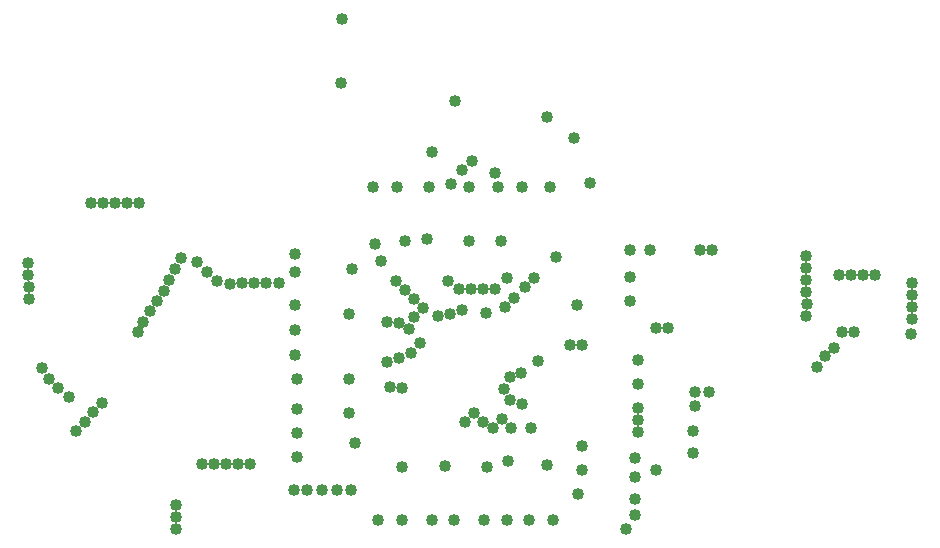
<source format=gbr>
G04 EAGLE Gerber RS-274X export*
G75*
%MOMM*%
%FSLAX34Y34*%
%LPD*%
%INSoldermask Bottom*%
%IPPOS*%
%AMOC8*
5,1,8,0,0,1.08239X$1,22.5*%
G01*
%ADD10C,1.016000*%


D10*
X679850Y486410D03*
X679850Y457200D03*
X682390Y579120D03*
X679850Y541020D03*
X684930Y431800D03*
X724300Y411480D03*
X761130Y412750D03*
X796690Y411480D03*
X872890Y548640D03*
X726840Y603250D03*
X745890Y604520D03*
X781450Y603250D03*
X808120Y603250D03*
X972820Y474980D03*
X854475Y589922D03*
X976630Y595630D03*
X934720Y595630D03*
X984250Y474980D03*
X972820Y463550D03*
X986790Y595630D03*
X554990Y414020D03*
X575310Y414020D03*
X585470Y414020D03*
X595630Y414020D03*
X565150Y414020D03*
X461010Y635000D03*
X471170Y635000D03*
X481330Y635000D03*
X491490Y635000D03*
X501650Y635000D03*
X939800Y529590D03*
X949960Y529590D03*
X839216Y501904D03*
X877062Y514858D03*
X924052Y482092D03*
X924306Y461772D03*
X876808Y430022D03*
X877062Y409194D03*
X971042Y442468D03*
X971042Y423672D03*
X921512Y385064D03*
X813733Y416985D03*
X852170Y366776D03*
X883666Y652018D03*
X1125220Y574548D03*
X1115060Y574802D03*
X1104900Y574548D03*
X1094740Y574548D03*
X673100Y736600D03*
X768858Y722122D03*
X817010Y444500D03*
X1089772Y512996D03*
X809390Y452120D03*
X1082693Y505663D03*
X801770Y444500D03*
X1076055Y496873D03*
X763670Y568960D03*
X1066800Y590550D03*
X825900Y464820D03*
X1066800Y580390D03*
X815740Y468405D03*
X1066800Y570230D03*
X811070Y478057D03*
X1066800Y560070D03*
X815740Y487680D03*
X1067054Y549910D03*
X825500Y491490D03*
X1066800Y539750D03*
X792880Y449580D03*
X1096518Y526204D03*
X785260Y457200D03*
X1107186Y526204D03*
X777640Y449580D03*
X1155192Y524510D03*
X833520Y444500D03*
X922020Y370840D03*
X634130Y576580D03*
X633495Y527685D03*
X635400Y486410D03*
X635400Y440690D03*
X635400Y420370D03*
X703980Y367030D03*
X749700Y367030D03*
X794150Y367030D03*
X917340Y572770D03*
X700170Y648970D03*
X747160Y648970D03*
X805580Y648970D03*
X850030Y648970D03*
X533400Y379730D03*
X533400Y369570D03*
X533400Y359410D03*
X914400Y359410D03*
X924560Y451612D03*
X939800Y408940D03*
X921512Y403098D03*
X832250Y366778D03*
X869569Y690499D03*
X1155954Y567690D03*
X1156208Y557530D03*
X1156208Y547370D03*
X1155954Y537210D03*
X408070Y584708D03*
X408178Y564388D03*
X408178Y554228D03*
X408040Y574548D03*
X673608Y791210D03*
X846836Y707898D03*
X782720Y562610D03*
X766210Y651510D03*
X792880Y562610D03*
X775100Y662940D03*
X803040Y562610D03*
X783990Y670560D03*
X772560Y562610D03*
X749700Y678180D03*
X813200Y571500D03*
X803040Y660400D03*
X634130Y591820D03*
X634130Y548640D03*
X634130Y506730D03*
X635400Y461010D03*
X724300Y367030D03*
X768750Y367030D03*
X813200Y367030D03*
X917340Y552450D03*
X917340Y595630D03*
X720490Y648970D03*
X781450Y648970D03*
X825900Y648970D03*
X632714Y392684D03*
X644144Y392684D03*
X656844Y392684D03*
X680974Y392684D03*
X669544Y392684D03*
X924052Y502412D03*
X866808Y514858D03*
X924560Y441452D03*
X921512Y419608D03*
X873760Y389128D03*
X847090Y413766D03*
X775100Y544830D03*
X419500Y495300D03*
X795420Y542290D03*
X425850Y486410D03*
X714140Y479425D03*
X433470Y478790D03*
X724300Y478790D03*
X442360Y471170D03*
X836060Y571500D03*
X448710Y441960D03*
X828440Y563880D03*
X456330Y449580D03*
X819550Y554990D03*
X462680Y458470D03*
X811930Y547370D03*
X470300Y466090D03*
X742080Y546100D03*
X620130Y567467D03*
X734460Y553720D03*
X609172Y567436D03*
X726840Y561340D03*
X598885Y567436D03*
X719220Y568960D03*
X588664Y567309D03*
X578377Y567182D03*
X706266Y585888D03*
X567328Y569214D03*
X701440Y600710D03*
X558946Y577342D03*
X754780Y539750D03*
X764940Y541020D03*
X551199Y585597D03*
X711600Y500380D03*
X500560Y525878D03*
X721760Y504190D03*
X505074Y535022D03*
X731920Y508000D03*
X510921Y543785D03*
X739540Y516890D03*
X516963Y552421D03*
X730650Y528320D03*
X522540Y561065D03*
X721760Y533400D03*
X527090Y570356D03*
X711600Y534670D03*
X532090Y579831D03*
X734460Y538480D03*
X537662Y588862D03*
M02*

</source>
